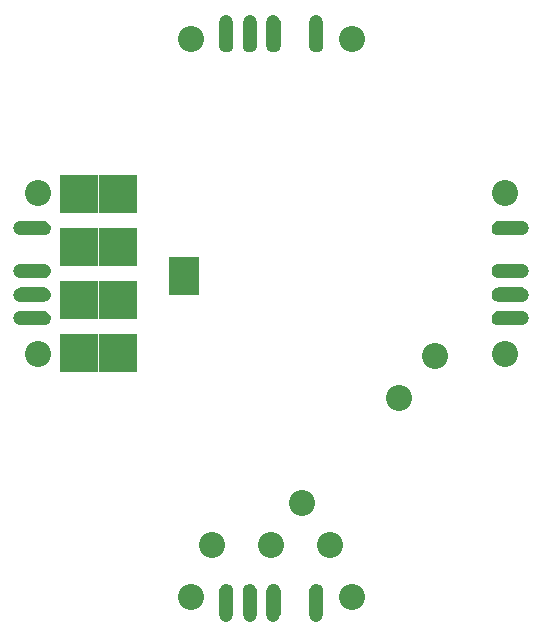
<source format=gbs>
G04*
G04 #@! TF.GenerationSoftware,Altium Limited,Altium Designer,23.8.1 (32)*
G04*
G04 Layer_Color=16711935*
%FSLAX44Y44*%
%MOMM*%
G71*
G04*
G04 #@! TF.SameCoordinates,569DF6A4-0AC1-4917-97B5-21C436C54E36*
G04*
G04*
G04 #@! TF.FilePolarity,Negative*
G04*
G01*
G75*
%ADD124C,1.2032*%
%ADD125C,2.2032*%
%ADD126R,2.5032X3.2032*%
%ADD133R,3.2032X3.2032*%
G36*
X7033Y214009D02*
X7164Y213983D01*
X7290Y213941D01*
X7409Y213882D01*
X7520Y213808D01*
X7620Y213720D01*
X7708Y213620D01*
X7782Y213509D01*
X7841Y213390D01*
X7883Y213263D01*
X7910Y213133D01*
X7918Y213000D01*
Y193000D01*
Y192507D01*
X7916Y192474D01*
Y192441D01*
X7912Y192408D01*
X7910Y192375D01*
X7903Y192342D01*
X7899Y192309D01*
X7707Y191343D01*
X7698Y191311D01*
X7691Y191278D01*
X7681Y191246D01*
X7672Y191214D01*
X7659Y191183D01*
X7649Y191152D01*
X7272Y190242D01*
X7257Y190212D01*
X7244Y190181D01*
X7227Y190152D01*
X7213Y190123D01*
X7194Y190095D01*
X7178Y190066D01*
X6630Y189247D01*
X6610Y189221D01*
X6592Y189193D01*
X6569Y189168D01*
X6549Y189141D01*
X6526Y189118D01*
X6504Y189093D01*
X5807Y188396D01*
X5782Y188374D01*
X5759Y188351D01*
X5732Y188330D01*
X5707Y188309D01*
X5679Y188290D01*
X5653Y188270D01*
X4834Y187722D01*
X4805Y187706D01*
X4778Y187687D01*
X4748Y187673D01*
X4719Y187656D01*
X4688Y187643D01*
X4658Y187628D01*
X3748Y187251D01*
X3717Y187241D01*
X3686Y187228D01*
X3653Y187219D01*
X3622Y187209D01*
X3589Y187202D01*
X3557Y187194D01*
X2591Y187001D01*
X2558Y186997D01*
X2525Y186991D01*
X2492Y186988D01*
X2459Y186984D01*
X2426D01*
X2393Y186982D01*
X1408D01*
X1374Y186984D01*
X1341D01*
X1308Y186988D01*
X1275Y186991D01*
X1242Y186997D01*
X1209Y187001D01*
X243Y187194D01*
X211Y187202D01*
X178Y187209D01*
X147Y187219D01*
X114Y187228D01*
X83Y187241D01*
X52Y187251D01*
X-858Y187628D01*
X-888Y187643D01*
X-919Y187656D01*
X-948Y187673D01*
X-978Y187687D01*
X-1005Y187706D01*
X-1034Y187722D01*
X-1853Y188270D01*
X-1879Y188290D01*
X-1907Y188309D01*
X-1932Y188330D01*
X-1959Y188351D01*
X-1982Y188374D01*
X-2007Y188396D01*
X-2704Y189093D01*
X-2726Y189118D01*
X-2749Y189141D01*
X-2770Y189168D01*
X-2792Y189193D01*
X-2810Y189221D01*
X-2830Y189247D01*
X-3377Y190066D01*
X-3394Y190095D01*
X-3413Y190123D01*
X-3427Y190152D01*
X-3444Y190181D01*
X-3457Y190212D01*
X-3472Y190242D01*
X-3848Y191152D01*
X-3859Y191183D01*
X-3872Y191214D01*
X-3881Y191247D01*
X-3891Y191278D01*
X-3898Y191311D01*
X-3907Y191343D01*
X-4099Y192309D01*
X-4103Y192342D01*
X-4110Y192375D01*
X-4112Y192408D01*
X-4116Y192441D01*
Y192474D01*
X-4118Y192507D01*
Y193000D01*
Y213000D01*
X-4110Y213133D01*
X-4083Y213263D01*
X-4041Y213390D01*
X-3982Y213509D01*
X-3908Y213620D01*
X-3820Y213720D01*
X-3720Y213808D01*
X-3609Y213882D01*
X-3490Y213941D01*
X-3363Y213983D01*
X-3233Y214009D01*
X-3100Y214018D01*
X6900D01*
X7033Y214009D01*
D02*
G37*
G36*
X-32967D02*
X-32836Y213983D01*
X-32710Y213941D01*
X-32591Y213882D01*
X-32480Y213808D01*
X-32380Y213720D01*
X-32292Y213620D01*
X-32218Y213509D01*
X-32159Y213390D01*
X-32116Y213263D01*
X-32090Y213133D01*
X-32082Y213000D01*
Y193000D01*
Y192507D01*
X-32084Y192474D01*
Y192441D01*
X-32088Y192408D01*
X-32090Y192375D01*
X-32097Y192342D01*
X-32101Y192309D01*
X-32294Y191343D01*
X-32302Y191311D01*
X-32309Y191278D01*
X-32319Y191246D01*
X-32328Y191214D01*
X-32341Y191183D01*
X-32352Y191152D01*
X-32728Y190242D01*
X-32743Y190212D01*
X-32756Y190181D01*
X-32773Y190152D01*
X-32787Y190123D01*
X-32806Y190095D01*
X-32822Y190066D01*
X-33370Y189247D01*
X-33390Y189221D01*
X-33409Y189193D01*
X-33431Y189168D01*
X-33451Y189141D01*
X-33474Y189118D01*
X-33496Y189093D01*
X-34193Y188396D01*
X-34218Y188374D01*
X-34241Y188351D01*
X-34268Y188330D01*
X-34293Y188309D01*
X-34321Y188290D01*
X-34347Y188270D01*
X-35166Y187722D01*
X-35195Y187706D01*
X-35222Y187687D01*
X-35252Y187673D01*
X-35281Y187656D01*
X-35312Y187643D01*
X-35342Y187628D01*
X-36252Y187251D01*
X-36284Y187241D01*
X-36314Y187228D01*
X-36347Y187219D01*
X-36378Y187209D01*
X-36411Y187202D01*
X-36443Y187194D01*
X-37409Y187001D01*
X-37442Y186997D01*
X-37475Y186991D01*
X-37508Y186988D01*
X-37541Y186984D01*
X-37574D01*
X-37608Y186982D01*
X-38593D01*
X-38626Y186984D01*
X-38659D01*
X-38692Y186988D01*
X-38725Y186991D01*
X-38758Y186997D01*
X-38791Y187001D01*
X-39757Y187194D01*
X-39789Y187202D01*
X-39822Y187209D01*
X-39853Y187219D01*
X-39886Y187228D01*
X-39917Y187241D01*
X-39948Y187251D01*
X-40858Y187628D01*
X-40888Y187643D01*
X-40919Y187656D01*
X-40948Y187673D01*
X-40978Y187687D01*
X-41005Y187706D01*
X-41034Y187722D01*
X-41853Y188270D01*
X-41879Y188290D01*
X-41907Y188309D01*
X-41932Y188330D01*
X-41959Y188351D01*
X-41982Y188374D01*
X-42007Y188396D01*
X-42704Y189093D01*
X-42726Y189118D01*
X-42749Y189141D01*
X-42769Y189168D01*
X-42792Y189193D01*
X-42810Y189221D01*
X-42830Y189247D01*
X-43377Y190066D01*
X-43394Y190095D01*
X-43413Y190123D01*
X-43427Y190152D01*
X-43444Y190181D01*
X-43457Y190212D01*
X-43472Y190242D01*
X-43849Y191152D01*
X-43859Y191183D01*
X-43872Y191214D01*
X-43881Y191247D01*
X-43891Y191278D01*
X-43898Y191311D01*
X-43906Y191343D01*
X-44099Y192309D01*
X-44103Y192342D01*
X-44110Y192375D01*
X-44112Y192408D01*
X-44116Y192441D01*
Y192474D01*
X-44118Y192507D01*
Y193000D01*
Y213000D01*
X-44110Y213133D01*
X-44083Y213263D01*
X-44041Y213390D01*
X-43982Y213509D01*
X-43908Y213620D01*
X-43820Y213720D01*
X-43720Y213808D01*
X-43609Y213882D01*
X-43490Y213941D01*
X-43363Y213983D01*
X-43233Y214009D01*
X-43100Y214018D01*
X-33100D01*
X-32967Y214009D01*
D02*
G37*
G36*
X43233Y214009D02*
X43363Y213983D01*
X43490Y213941D01*
X43609Y213882D01*
X43720Y213808D01*
X43820Y213720D01*
X43908Y213620D01*
X43982Y213509D01*
X44041Y213390D01*
X44083Y213263D01*
X44110Y213133D01*
X44118Y213000D01*
Y193000D01*
Y192507D01*
X44116Y192474D01*
Y192441D01*
X44112Y192408D01*
X44110Y192375D01*
X44103Y192342D01*
X44099Y192309D01*
X43906Y191343D01*
X43898Y191311D01*
X43891Y191278D01*
X43881Y191246D01*
X43872Y191214D01*
X43859Y191183D01*
X43849Y191152D01*
X43472Y190242D01*
X43457Y190212D01*
X43444Y190181D01*
X43427Y190152D01*
X43413Y190123D01*
X43394Y190095D01*
X43377Y190066D01*
X42830Y189247D01*
X42810Y189221D01*
X42792Y189193D01*
X42769Y189168D01*
X42749Y189141D01*
X42726Y189118D01*
X42704Y189093D01*
X42007Y188396D01*
X41982Y188374D01*
X41959Y188351D01*
X41932Y188330D01*
X41907Y188308D01*
X41879Y188290D01*
X41853Y188270D01*
X41034Y187722D01*
X41005Y187706D01*
X40978Y187687D01*
X40948Y187673D01*
X40919Y187656D01*
X40888Y187643D01*
X40858Y187628D01*
X39948Y187251D01*
X39917Y187241D01*
X39886Y187228D01*
X39853Y187219D01*
X39822Y187209D01*
X39790Y187202D01*
X39757Y187194D01*
X38791Y187001D01*
X38758Y186997D01*
X38725Y186991D01*
X38692Y186988D01*
X38659Y186984D01*
X38626D01*
X38593Y186982D01*
X37608D01*
X37574Y186984D01*
X37541D01*
X37508Y186988D01*
X37475Y186991D01*
X37442Y186997D01*
X37409Y187001D01*
X36443Y187194D01*
X36411Y187202D01*
X36378Y187209D01*
X36347Y187219D01*
X36314Y187228D01*
X36284Y187241D01*
X36252Y187251D01*
X35342Y187628D01*
X35312Y187643D01*
X35281Y187656D01*
X35252Y187673D01*
X35222Y187687D01*
X35195Y187706D01*
X35166Y187722D01*
X34347Y188270D01*
X34321Y188290D01*
X34293Y188308D01*
X34268Y188330D01*
X34241Y188351D01*
X34218Y188374D01*
X34193Y188396D01*
X33496Y189093D01*
X33474Y189118D01*
X33451Y189141D01*
X33431Y189168D01*
X33409Y189193D01*
X33390Y189221D01*
X33370Y189247D01*
X32822Y190066D01*
X32806Y190095D01*
X32787Y190123D01*
X32773Y190152D01*
X32756Y190181D01*
X32743Y190212D01*
X32728Y190242D01*
X32352Y191152D01*
X32341Y191183D01*
X32328Y191214D01*
X32319Y191246D01*
X32309Y191278D01*
X32302Y191311D01*
X32294Y191343D01*
X32101Y192309D01*
X32097Y192342D01*
X32090Y192375D01*
X32088Y192408D01*
X32084Y192441D01*
Y192474D01*
X32082Y192507D01*
Y193000D01*
Y213000D01*
X32090Y213133D01*
X32116Y213263D01*
X32159Y213390D01*
X32218Y213509D01*
X32292Y213620D01*
X32380Y213720D01*
X32480Y213808D01*
X32591Y213882D01*
X32710Y213941D01*
X32836Y213983D01*
X32967Y214009D01*
X33100Y214018D01*
X43100D01*
X43233Y214009D01*
D02*
G37*
G36*
X-12967D02*
X-12837Y213983D01*
X-12710Y213941D01*
X-12591Y213882D01*
X-12480Y213808D01*
X-12380Y213720D01*
X-12292Y213620D01*
X-12218Y213509D01*
X-12159Y213390D01*
X-12117Y213263D01*
X-12091Y213133D01*
X-12082Y213000D01*
Y193000D01*
Y192507D01*
X-12084Y192474D01*
Y192441D01*
X-12088Y192408D01*
X-12091Y192375D01*
X-12097Y192342D01*
X-12101Y192309D01*
X-12293Y191343D01*
X-12302Y191311D01*
X-12309Y191278D01*
X-12319Y191246D01*
X-12328Y191214D01*
X-12341Y191183D01*
X-12351Y191152D01*
X-12728Y190242D01*
X-12743Y190212D01*
X-12756Y190181D01*
X-12773Y190152D01*
X-12787Y190123D01*
X-12806Y190095D01*
X-12823Y190066D01*
X-13370Y189247D01*
X-13390Y189221D01*
X-13408Y189193D01*
X-13431Y189168D01*
X-13451Y189141D01*
X-13474Y189118D01*
X-13496Y189093D01*
X-14193Y188396D01*
X-14218Y188374D01*
X-14241Y188351D01*
X-14268Y188330D01*
X-14293Y188308D01*
X-14320Y188290D01*
X-14347Y188270D01*
X-15166Y187722D01*
X-15195Y187706D01*
X-15223Y187687D01*
X-15252Y187673D01*
X-15281Y187656D01*
X-15312Y187643D01*
X-15342Y187628D01*
X-16252Y187251D01*
X-16284Y187241D01*
X-16314Y187228D01*
X-16347Y187219D01*
X-16378Y187209D01*
X-16410Y187202D01*
X-16443Y187194D01*
X-17409Y187001D01*
X-17442Y186997D01*
X-17475Y186991D01*
X-17508Y186988D01*
X-17541Y186984D01*
X-17574D01*
X-17608Y186982D01*
X-18592D01*
X-18626Y186984D01*
X-18659D01*
X-18692Y186988D01*
X-18725Y186991D01*
X-18758Y186997D01*
X-18791Y187001D01*
X-19757Y187194D01*
X-19789Y187202D01*
X-19822Y187209D01*
X-19853Y187219D01*
X-19886Y187228D01*
X-19916Y187241D01*
X-19948Y187251D01*
X-20858Y187628D01*
X-20888Y187643D01*
X-20919Y187656D01*
X-20948Y187673D01*
X-20977Y187687D01*
X-21005Y187706D01*
X-21034Y187722D01*
X-21853Y188270D01*
X-21879Y188290D01*
X-21907Y188308D01*
X-21932Y188330D01*
X-21959Y188351D01*
X-21982Y188374D01*
X-22007Y188396D01*
X-22704Y189093D01*
X-22726Y189118D01*
X-22749Y189141D01*
X-22769Y189168D01*
X-22792Y189193D01*
X-22810Y189221D01*
X-22830Y189247D01*
X-23377Y190066D01*
X-23394Y190095D01*
X-23413Y190123D01*
X-23427Y190152D01*
X-23444Y190181D01*
X-23457Y190212D01*
X-23472Y190242D01*
X-23849Y191152D01*
X-23859Y191183D01*
X-23872Y191214D01*
X-23881Y191246D01*
X-23891Y191278D01*
X-23898Y191311D01*
X-23907Y191343D01*
X-24099Y192309D01*
X-24103Y192342D01*
X-24109Y192375D01*
X-24112Y192408D01*
X-24116Y192441D01*
Y192474D01*
X-24118Y192507D01*
Y193000D01*
Y213000D01*
X-24109Y213133D01*
X-24083Y213263D01*
X-24041Y213390D01*
X-23982Y213509D01*
X-23908Y213620D01*
X-23820Y213720D01*
X-23720Y213808D01*
X-23609Y213882D01*
X-23490Y213941D01*
X-23363Y213983D01*
X-23233Y214009D01*
X-23100Y214018D01*
X-13100D01*
X-12967Y214009D01*
D02*
G37*
G36*
X-192157Y44118D02*
X-192124Y44116D01*
X-192091D01*
X-192058Y44112D01*
X-192025Y44110D01*
X-191992Y44103D01*
X-191959Y44099D01*
X-190993Y43906D01*
X-190961Y43898D01*
X-190928Y43891D01*
X-190896Y43881D01*
X-190864Y43872D01*
X-190834Y43859D01*
X-190802Y43849D01*
X-189892Y43472D01*
X-189862Y43457D01*
X-189831Y43444D01*
X-189802Y43427D01*
X-189772Y43413D01*
X-189745Y43394D01*
X-189716Y43377D01*
X-188897Y42830D01*
X-188871Y42810D01*
X-188843Y42792D01*
X-188818Y42769D01*
X-188791Y42749D01*
X-188768Y42726D01*
X-188743Y42704D01*
X-188046Y42007D01*
X-188024Y41982D01*
X-188001Y41959D01*
X-187980Y41932D01*
X-187959Y41907D01*
X-187940Y41880D01*
X-187920Y41853D01*
X-187372Y41034D01*
X-187356Y41005D01*
X-187337Y40978D01*
X-187323Y40948D01*
X-187306Y40919D01*
X-187293Y40888D01*
X-187278Y40858D01*
X-186901Y39948D01*
X-186891Y39917D01*
X-186878Y39886D01*
X-186869Y39853D01*
X-186859Y39822D01*
X-186852Y39790D01*
X-186843Y39757D01*
X-186651Y38791D01*
X-186647Y38758D01*
X-186640Y38725D01*
X-186638Y38692D01*
X-186634Y38659D01*
Y38626D01*
X-186632Y38593D01*
Y37608D01*
X-186634Y37574D01*
Y37541D01*
X-186638Y37508D01*
X-186640Y37475D01*
X-186647Y37442D01*
X-186651Y37409D01*
X-186843Y36443D01*
X-186852Y36411D01*
X-186859Y36378D01*
X-186869Y36347D01*
X-186878Y36314D01*
X-186891Y36284D01*
X-186901Y36252D01*
X-187278Y35342D01*
X-187293Y35312D01*
X-187306Y35281D01*
X-187323Y35252D01*
X-187337Y35223D01*
X-187356Y35195D01*
X-187372Y35166D01*
X-187920Y34347D01*
X-187940Y34321D01*
X-187959Y34293D01*
X-187980Y34268D01*
X-188001Y34241D01*
X-188024Y34218D01*
X-188046Y34193D01*
X-188743Y33496D01*
X-188768Y33474D01*
X-188791Y33451D01*
X-188818Y33431D01*
X-188843Y33409D01*
X-188871Y33390D01*
X-188897Y33370D01*
X-189716Y32822D01*
X-189745Y32806D01*
X-189772Y32787D01*
X-189802Y32773D01*
X-189831Y32756D01*
X-189862Y32743D01*
X-189892Y32728D01*
X-190802Y32352D01*
X-190833Y32341D01*
X-190864Y32328D01*
X-190897Y32319D01*
X-190928Y32309D01*
X-190961Y32302D01*
X-190993Y32294D01*
X-191959Y32101D01*
X-191992Y32097D01*
X-192025Y32091D01*
X-192058Y32088D01*
X-192091Y32084D01*
X-192124D01*
X-192157Y32082D01*
X-212650D01*
X-212783Y32091D01*
X-212913Y32116D01*
X-213040Y32159D01*
X-213159Y32218D01*
X-213270Y32292D01*
X-213370Y32380D01*
X-213458Y32480D01*
X-213532Y32591D01*
X-213591Y32710D01*
X-213633Y32836D01*
X-213659Y32967D01*
X-213668Y33100D01*
Y43100D01*
X-213659Y43233D01*
X-213633Y43363D01*
X-213591Y43490D01*
X-213532Y43609D01*
X-213458Y43720D01*
X-213370Y43820D01*
X-213270Y43908D01*
X-213159Y43982D01*
X-213040Y44041D01*
X-212913Y44083D01*
X-212783Y44110D01*
X-212650Y44118D01*
X-192650D01*
X-192650D01*
X-192650D01*
X-192157Y44118D01*
D02*
G37*
G36*
X212783Y44110D02*
X212913Y44083D01*
X213040Y44041D01*
X213159Y43982D01*
X213270Y43908D01*
X213370Y43820D01*
X213458Y43720D01*
X213532Y43609D01*
X213591Y43490D01*
X213633Y43363D01*
X213659Y43233D01*
X213668Y43100D01*
Y33100D01*
X213659Y32967D01*
X213633Y32836D01*
X213591Y32710D01*
X213532Y32591D01*
X213458Y32480D01*
X213370Y32380D01*
X213270Y32292D01*
X213159Y32218D01*
X213040Y32159D01*
X212913Y32116D01*
X212783Y32090D01*
X212650Y32082D01*
X192157D01*
X192124Y32084D01*
X192091D01*
X192058Y32088D01*
X192025Y32090D01*
X191992Y32097D01*
X191959Y32101D01*
X190993Y32294D01*
X190961Y32302D01*
X190928Y32309D01*
X190897Y32319D01*
X190864Y32328D01*
X190833Y32341D01*
X190802Y32352D01*
X189892Y32728D01*
X189862Y32743D01*
X189831Y32756D01*
X189802Y32773D01*
X189772Y32787D01*
X189745Y32806D01*
X189716Y32822D01*
X188897Y33370D01*
X188871Y33390D01*
X188843Y33409D01*
X188818Y33431D01*
X188791Y33451D01*
X188768Y33474D01*
X188743Y33496D01*
X188046Y34193D01*
X188024Y34218D01*
X188001Y34241D01*
X187980Y34268D01*
X187959Y34293D01*
X187940Y34321D01*
X187920Y34347D01*
X187372Y35166D01*
X187356Y35195D01*
X187337Y35222D01*
X187323Y35252D01*
X187306Y35281D01*
X187293Y35312D01*
X187278Y35342D01*
X186901Y36252D01*
X186891Y36284D01*
X186878Y36314D01*
X186869Y36346D01*
X186859Y36378D01*
X186852Y36411D01*
X186843Y36443D01*
X186651Y37409D01*
X186647Y37442D01*
X186640Y37475D01*
X186638Y37508D01*
X186634Y37541D01*
Y37574D01*
X186632Y37608D01*
X186632Y38592D01*
X186634Y38626D01*
Y38659D01*
X186638Y38692D01*
X186640Y38725D01*
X186647Y38758D01*
X186651Y38791D01*
X186843Y39757D01*
X186852Y39790D01*
X186859Y39822D01*
X186869Y39853D01*
X186878Y39886D01*
X186891Y39917D01*
X186901Y39948D01*
X187278Y40858D01*
X187293Y40888D01*
X187306Y40919D01*
X187323Y40948D01*
X187337Y40978D01*
X187356Y41005D01*
X187372Y41034D01*
X187920Y41853D01*
X187940Y41879D01*
X187959Y41907D01*
X187980Y41932D01*
X188001Y41959D01*
X188024Y41982D01*
X188046Y42007D01*
X188743Y42704D01*
X188768Y42726D01*
X188791Y42749D01*
X188818Y42769D01*
X188843Y42792D01*
X188871Y42810D01*
X188897Y42830D01*
X189716Y43377D01*
X189745Y43394D01*
X189772Y43413D01*
X189802Y43427D01*
X189831Y43444D01*
X189862Y43457D01*
X189892Y43472D01*
X190802Y43849D01*
X190833Y43859D01*
X190864Y43872D01*
X190896Y43881D01*
X190928Y43891D01*
X190961Y43898D01*
X190993Y43906D01*
X191959Y44099D01*
X191992Y44103D01*
X192025Y44110D01*
X192058Y44112D01*
X192091Y44116D01*
X192124D01*
X192157Y44118D01*
X212650D01*
X212783Y44110D01*
D02*
G37*
G36*
X-192157Y7918D02*
X-192124Y7916D01*
X-192091D01*
X-192058Y7912D01*
X-192025Y7910D01*
X-191992Y7903D01*
X-191959Y7899D01*
X-190993Y7707D01*
X-190961Y7698D01*
X-190928Y7691D01*
X-190896Y7681D01*
X-190864Y7672D01*
X-190834Y7659D01*
X-190802Y7649D01*
X-189892Y7272D01*
X-189862Y7257D01*
X-189831Y7244D01*
X-189802Y7227D01*
X-189772Y7213D01*
X-189745Y7194D01*
X-189716Y7178D01*
X-188897Y6630D01*
X-188871Y6610D01*
X-188843Y6592D01*
X-188818Y6569D01*
X-188791Y6549D01*
X-188768Y6526D01*
X-188743Y6504D01*
X-188046Y5807D01*
X-188024Y5782D01*
X-188001Y5759D01*
X-187980Y5732D01*
X-187959Y5707D01*
X-187940Y5680D01*
X-187920Y5653D01*
X-187372Y4834D01*
X-187356Y4805D01*
X-187337Y4778D01*
X-187323Y4748D01*
X-187306Y4719D01*
X-187293Y4688D01*
X-187278Y4658D01*
X-186901Y3748D01*
X-186891Y3717D01*
X-186878Y3686D01*
X-186869Y3653D01*
X-186859Y3622D01*
X-186852Y3589D01*
X-186843Y3557D01*
X-186651Y2591D01*
X-186647Y2558D01*
X-186640Y2525D01*
X-186638Y2492D01*
X-186634Y2459D01*
Y2426D01*
X-186632Y2393D01*
Y1408D01*
X-186634Y1374D01*
Y1341D01*
X-186638Y1308D01*
X-186640Y1275D01*
X-186647Y1242D01*
X-186651Y1209D01*
X-186843Y243D01*
X-186852Y211D01*
X-186859Y178D01*
X-186869Y147D01*
X-186878Y114D01*
X-186891Y83D01*
X-186901Y52D01*
X-187278Y-858D01*
X-187293Y-888D01*
X-187306Y-919D01*
X-187323Y-948D01*
X-187337Y-977D01*
X-187356Y-1005D01*
X-187372Y-1034D01*
X-187920Y-1853D01*
X-187940Y-1879D01*
X-187959Y-1907D01*
X-187980Y-1932D01*
X-188001Y-1959D01*
X-188024Y-1982D01*
X-188046Y-2007D01*
X-188743Y-2704D01*
X-188768Y-2726D01*
X-188791Y-2749D01*
X-188818Y-2769D01*
X-188843Y-2792D01*
X-188871Y-2810D01*
X-188897Y-2830D01*
X-189716Y-3377D01*
X-189745Y-3394D01*
X-189772Y-3413D01*
X-189802Y-3427D01*
X-189831Y-3444D01*
X-189862Y-3457D01*
X-189892Y-3472D01*
X-190802Y-3848D01*
X-190833Y-3859D01*
X-190864Y-3872D01*
X-190897Y-3881D01*
X-190928Y-3891D01*
X-190961Y-3898D01*
X-190993Y-3906D01*
X-191959Y-4099D01*
X-191992Y-4103D01*
X-192025Y-4109D01*
X-192058Y-4112D01*
X-192091Y-4116D01*
X-192124D01*
X-192157Y-4118D01*
X-212650D01*
X-212783Y-4109D01*
X-212913Y-4083D01*
X-213040Y-4041D01*
X-213159Y-3982D01*
X-213270Y-3908D01*
X-213370Y-3820D01*
X-213458Y-3720D01*
X-213532Y-3609D01*
X-213591Y-3490D01*
X-213633Y-3363D01*
X-213659Y-3233D01*
X-213668Y-3100D01*
Y6900D01*
X-213659Y7033D01*
X-213633Y7164D01*
X-213591Y7290D01*
X-213532Y7409D01*
X-213458Y7520D01*
X-213370Y7620D01*
X-213270Y7708D01*
X-213159Y7782D01*
X-213040Y7841D01*
X-212913Y7883D01*
X-212783Y7910D01*
X-212650Y7918D01*
X-192650D01*
X-192650D01*
X-192650D01*
X-192157Y7918D01*
D02*
G37*
G36*
X212783Y7910D02*
X212913Y7883D01*
X213040Y7841D01*
X213159Y7782D01*
X213270Y7708D01*
X213370Y7620D01*
X213458Y7520D01*
X213532Y7409D01*
X213591Y7290D01*
X213633Y7164D01*
X213659Y7033D01*
X213668Y6900D01*
Y-3100D01*
X213659Y-3233D01*
X213633Y-3363D01*
X213591Y-3490D01*
X213532Y-3609D01*
X213458Y-3720D01*
X213370Y-3820D01*
X213270Y-3908D01*
X213159Y-3982D01*
X213040Y-4041D01*
X212913Y-4083D01*
X212783Y-4110D01*
X212650Y-4118D01*
X192157D01*
X192124Y-4116D01*
X192091D01*
X192058Y-4112D01*
X192025Y-4110D01*
X191992Y-4103D01*
X191959Y-4099D01*
X190993Y-3907D01*
X190961Y-3898D01*
X190928Y-3891D01*
X190897Y-3881D01*
X190864Y-3872D01*
X190833Y-3859D01*
X190802Y-3848D01*
X189892Y-3472D01*
X189862Y-3457D01*
X189831Y-3444D01*
X189802Y-3427D01*
X189772Y-3413D01*
X189745Y-3394D01*
X189716Y-3377D01*
X188897Y-2830D01*
X188871Y-2810D01*
X188843Y-2792D01*
X188818Y-2770D01*
X188791Y-2749D01*
X188768Y-2726D01*
X188743Y-2704D01*
X188046Y-2007D01*
X188024Y-1982D01*
X188001Y-1959D01*
X187980Y-1932D01*
X187959Y-1907D01*
X187940Y-1879D01*
X187920Y-1853D01*
X187372Y-1034D01*
X187356Y-1005D01*
X187337Y-978D01*
X187323Y-948D01*
X187306Y-919D01*
X187293Y-888D01*
X187278Y-858D01*
X186901Y52D01*
X186891Y84D01*
X186878Y114D01*
X186869Y147D01*
X186859Y178D01*
X186852Y211D01*
X186843Y243D01*
X186651Y1209D01*
X186647Y1242D01*
X186640Y1275D01*
X186638Y1308D01*
X186634Y1341D01*
Y1374D01*
X186632Y1408D01*
X186632Y2392D01*
X186634Y2426D01*
Y2459D01*
X186638Y2492D01*
X186640Y2525D01*
X186647Y2558D01*
X186651Y2591D01*
X186843Y3557D01*
X186852Y3589D01*
X186859Y3622D01*
X186869Y3653D01*
X186878Y3686D01*
X186891Y3717D01*
X186901Y3748D01*
X187278Y4658D01*
X187293Y4688D01*
X187306Y4719D01*
X187323Y4748D01*
X187337Y4778D01*
X187356Y4805D01*
X187372Y4834D01*
X187920Y5653D01*
X187940Y5679D01*
X187959Y5707D01*
X187980Y5732D01*
X188001Y5759D01*
X188024Y5782D01*
X188046Y5807D01*
X188743Y6504D01*
X188768Y6526D01*
X188791Y6549D01*
X188818Y6569D01*
X188843Y6592D01*
X188871Y6610D01*
X188897Y6630D01*
X189716Y7178D01*
X189745Y7194D01*
X189772Y7213D01*
X189802Y7227D01*
X189831Y7244D01*
X189862Y7257D01*
X189892Y7272D01*
X190802Y7649D01*
X190833Y7659D01*
X190864Y7672D01*
X190896Y7681D01*
X190928Y7691D01*
X190961Y7698D01*
X190993Y7707D01*
X191959Y7899D01*
X191992Y7903D01*
X192025Y7910D01*
X192058Y7912D01*
X192091Y7916D01*
X192124D01*
X192157Y7918D01*
X212650D01*
X212783Y7910D01*
D02*
G37*
G36*
X-192157Y-12082D02*
X-192124Y-12084D01*
X-192091D01*
X-192058Y-12088D01*
X-192025Y-12091D01*
X-191992Y-12097D01*
X-191959Y-12101D01*
X-190993Y-12293D01*
X-190961Y-12302D01*
X-190928Y-12309D01*
X-190896Y-12319D01*
X-190864Y-12328D01*
X-190834Y-12341D01*
X-190802Y-12351D01*
X-189892Y-12728D01*
X-189862Y-12743D01*
X-189831Y-12756D01*
X-189802Y-12773D01*
X-189772Y-12787D01*
X-189745Y-12806D01*
X-189716Y-12823D01*
X-188897Y-13370D01*
X-188871Y-13390D01*
X-188843Y-13408D01*
X-188818Y-13431D01*
X-188791Y-13451D01*
X-188768Y-13474D01*
X-188743Y-13496D01*
X-188046Y-14193D01*
X-188024Y-14218D01*
X-188001Y-14241D01*
X-187980Y-14268D01*
X-187959Y-14293D01*
X-187940Y-14320D01*
X-187920Y-14347D01*
X-187372Y-15166D01*
X-187356Y-15195D01*
X-187337Y-15223D01*
X-187323Y-15252D01*
X-187306Y-15281D01*
X-187293Y-15312D01*
X-187278Y-15342D01*
X-186901Y-16252D01*
X-186891Y-16283D01*
X-186878Y-16314D01*
X-186869Y-16347D01*
X-186859Y-16378D01*
X-186852Y-16410D01*
X-186843Y-16443D01*
X-186651Y-17409D01*
X-186647Y-17442D01*
X-186640Y-17475D01*
X-186638Y-17508D01*
X-186634Y-17541D01*
Y-17574D01*
X-186632Y-17608D01*
Y-18592D01*
X-186634Y-18626D01*
Y-18659D01*
X-186638Y-18692D01*
X-186640Y-18725D01*
X-186647Y-18758D01*
X-186651Y-18791D01*
X-186843Y-19757D01*
X-186852Y-19789D01*
X-186859Y-19822D01*
X-186869Y-19853D01*
X-186878Y-19886D01*
X-186891Y-19916D01*
X-186901Y-19948D01*
X-187278Y-20858D01*
X-187293Y-20888D01*
X-187306Y-20919D01*
X-187323Y-20948D01*
X-187337Y-20977D01*
X-187356Y-21005D01*
X-187372Y-21034D01*
X-187920Y-21853D01*
X-187940Y-21879D01*
X-187959Y-21907D01*
X-187980Y-21932D01*
X-188001Y-21959D01*
X-188024Y-21982D01*
X-188046Y-22007D01*
X-188743Y-22704D01*
X-188768Y-22726D01*
X-188791Y-22749D01*
X-188818Y-22769D01*
X-188843Y-22792D01*
X-188871Y-22810D01*
X-188897Y-22830D01*
X-189716Y-23377D01*
X-189745Y-23394D01*
X-189772Y-23413D01*
X-189802Y-23427D01*
X-189831Y-23444D01*
X-189862Y-23457D01*
X-189892Y-23472D01*
X-190802Y-23849D01*
X-190833Y-23859D01*
X-190864Y-23872D01*
X-190897Y-23881D01*
X-190928Y-23891D01*
X-190961Y-23898D01*
X-190993Y-23906D01*
X-191959Y-24099D01*
X-191992Y-24103D01*
X-192025Y-24109D01*
X-192058Y-24112D01*
X-192091Y-24116D01*
X-192124D01*
X-192157Y-24118D01*
X-212650D01*
X-212783Y-24109D01*
X-212913Y-24083D01*
X-213040Y-24041D01*
X-213159Y-23982D01*
X-213270Y-23908D01*
X-213370Y-23820D01*
X-213458Y-23720D01*
X-213532Y-23609D01*
X-213591Y-23490D01*
X-213633Y-23363D01*
X-213659Y-23233D01*
X-213668Y-23100D01*
Y-13100D01*
X-213659Y-12967D01*
X-213633Y-12836D01*
X-213591Y-12710D01*
X-213532Y-12591D01*
X-213458Y-12480D01*
X-213370Y-12380D01*
X-213270Y-12292D01*
X-213159Y-12218D01*
X-213040Y-12159D01*
X-212913Y-12117D01*
X-212783Y-12091D01*
X-212650Y-12082D01*
X-192650D01*
X-192650D01*
X-192650D01*
X-192157Y-12082D01*
D02*
G37*
G36*
X212783Y-12091D02*
X212913Y-12117D01*
X213040Y-12159D01*
X213159Y-12218D01*
X213270Y-12292D01*
X213370Y-12380D01*
X213458Y-12480D01*
X213532Y-12591D01*
X213591Y-12710D01*
X213633Y-12837D01*
X213659Y-12967D01*
X213668Y-13100D01*
Y-23100D01*
X213659Y-23233D01*
X213633Y-23363D01*
X213591Y-23490D01*
X213532Y-23609D01*
X213458Y-23720D01*
X213370Y-23820D01*
X213270Y-23908D01*
X213159Y-23982D01*
X213040Y-24041D01*
X212913Y-24083D01*
X212783Y-24109D01*
X212650Y-24118D01*
X192157D01*
X192124Y-24116D01*
X192091D01*
X192058Y-24112D01*
X192025Y-24109D01*
X191992Y-24103D01*
X191959Y-24099D01*
X190993Y-23907D01*
X190961Y-23898D01*
X190928Y-23891D01*
X190897Y-23881D01*
X190864Y-23872D01*
X190833Y-23859D01*
X190802Y-23849D01*
X189892Y-23472D01*
X189862Y-23457D01*
X189831Y-23444D01*
X189802Y-23427D01*
X189772Y-23413D01*
X189745Y-23394D01*
X189716Y-23377D01*
X188897Y-22830D01*
X188871Y-22810D01*
X188843Y-22792D01*
X188818Y-22769D01*
X188791Y-22749D01*
X188768Y-22726D01*
X188743Y-22704D01*
X188046Y-22007D01*
X188024Y-21982D01*
X188001Y-21959D01*
X187980Y-21932D01*
X187959Y-21907D01*
X187940Y-21879D01*
X187920Y-21853D01*
X187372Y-21034D01*
X187356Y-21005D01*
X187337Y-20977D01*
X187323Y-20948D01*
X187306Y-20919D01*
X187293Y-20888D01*
X187278Y-20858D01*
X186901Y-19948D01*
X186891Y-19916D01*
X186878Y-19886D01*
X186869Y-19854D01*
X186859Y-19822D01*
X186852Y-19789D01*
X186843Y-19757D01*
X186651Y-18791D01*
X186647Y-18758D01*
X186640Y-18725D01*
X186638Y-18692D01*
X186634Y-18659D01*
Y-18626D01*
X186632Y-18592D01*
X186632Y-17608D01*
X186634Y-17574D01*
Y-17541D01*
X186638Y-17508D01*
X186640Y-17475D01*
X186647Y-17442D01*
X186651Y-17409D01*
X186843Y-16443D01*
X186852Y-16410D01*
X186859Y-16378D01*
X186869Y-16347D01*
X186878Y-16314D01*
X186891Y-16284D01*
X186901Y-16252D01*
X187278Y-15342D01*
X187293Y-15312D01*
X187306Y-15281D01*
X187323Y-15252D01*
X187337Y-15223D01*
X187356Y-15195D01*
X187372Y-15166D01*
X187920Y-14347D01*
X187940Y-14320D01*
X187959Y-14293D01*
X187980Y-14268D01*
X188001Y-14241D01*
X188024Y-14218D01*
X188046Y-14193D01*
X188743Y-13496D01*
X188768Y-13474D01*
X188791Y-13451D01*
X188818Y-13431D01*
X188843Y-13408D01*
X188871Y-13390D01*
X188897Y-13370D01*
X189716Y-12823D01*
X189745Y-12806D01*
X189772Y-12787D01*
X189802Y-12773D01*
X189831Y-12756D01*
X189862Y-12743D01*
X189892Y-12728D01*
X190802Y-12351D01*
X190833Y-12341D01*
X190864Y-12328D01*
X190896Y-12319D01*
X190928Y-12309D01*
X190961Y-12302D01*
X190993Y-12293D01*
X191959Y-12101D01*
X191992Y-12097D01*
X192025Y-12091D01*
X192058Y-12088D01*
X192091Y-12084D01*
X192124D01*
X192157Y-12082D01*
X212650D01*
X212783Y-12091D01*
D02*
G37*
G36*
X-192157Y-32082D02*
X-192124Y-32084D01*
X-192091D01*
X-192058Y-32088D01*
X-192025Y-32090D01*
X-191992Y-32097D01*
X-191959Y-32101D01*
X-190993Y-32294D01*
X-190961Y-32302D01*
X-190928Y-32309D01*
X-190896Y-32319D01*
X-190864Y-32328D01*
X-190834Y-32341D01*
X-190802Y-32351D01*
X-189892Y-32728D01*
X-189862Y-32743D01*
X-189831Y-32756D01*
X-189802Y-32773D01*
X-189772Y-32787D01*
X-189745Y-32806D01*
X-189716Y-32822D01*
X-188897Y-33370D01*
X-188871Y-33390D01*
X-188843Y-33409D01*
X-188818Y-33431D01*
X-188791Y-33451D01*
X-188768Y-33474D01*
X-188743Y-33496D01*
X-188046Y-34193D01*
X-188024Y-34218D01*
X-188001Y-34241D01*
X-187980Y-34268D01*
X-187959Y-34293D01*
X-187940Y-34320D01*
X-187920Y-34347D01*
X-187372Y-35166D01*
X-187356Y-35195D01*
X-187337Y-35222D01*
X-187323Y-35252D01*
X-187306Y-35281D01*
X-187293Y-35312D01*
X-187278Y-35342D01*
X-186901Y-36252D01*
X-186891Y-36283D01*
X-186878Y-36314D01*
X-186869Y-36347D01*
X-186859Y-36378D01*
X-186852Y-36411D01*
X-186843Y-36443D01*
X-186651Y-37409D01*
X-186647Y-37442D01*
X-186640Y-37475D01*
X-186638Y-37508D01*
X-186634Y-37541D01*
Y-37574D01*
X-186632Y-37608D01*
Y-38592D01*
X-186634Y-38626D01*
Y-38659D01*
X-186638Y-38692D01*
X-186640Y-38725D01*
X-186647Y-38758D01*
X-186651Y-38791D01*
X-186843Y-39757D01*
X-186852Y-39789D01*
X-186859Y-39822D01*
X-186869Y-39853D01*
X-186878Y-39886D01*
X-186891Y-39917D01*
X-186901Y-39948D01*
X-187278Y-40858D01*
X-187293Y-40888D01*
X-187306Y-40919D01*
X-187323Y-40948D01*
X-187337Y-40977D01*
X-187356Y-41005D01*
X-187372Y-41034D01*
X-187920Y-41853D01*
X-187940Y-41879D01*
X-187959Y-41907D01*
X-187980Y-41932D01*
X-188001Y-41959D01*
X-188024Y-41982D01*
X-188046Y-42007D01*
X-188743Y-42704D01*
X-188768Y-42726D01*
X-188791Y-42749D01*
X-188818Y-42769D01*
X-188843Y-42792D01*
X-188871Y-42810D01*
X-188897Y-42830D01*
X-189716Y-43377D01*
X-189745Y-43394D01*
X-189772Y-43413D01*
X-189802Y-43427D01*
X-189831Y-43444D01*
X-189862Y-43457D01*
X-189892Y-43472D01*
X-190802Y-43849D01*
X-190833Y-43859D01*
X-190864Y-43872D01*
X-190897Y-43881D01*
X-190928Y-43891D01*
X-190961Y-43898D01*
X-190993Y-43906D01*
X-191959Y-44099D01*
X-191992Y-44103D01*
X-192025Y-44109D01*
X-192058Y-44112D01*
X-192091Y-44116D01*
X-192124D01*
X-192157Y-44118D01*
X-212650D01*
X-212783Y-44109D01*
X-212913Y-44083D01*
X-213040Y-44041D01*
X-213159Y-43982D01*
X-213270Y-43908D01*
X-213370Y-43820D01*
X-213458Y-43720D01*
X-213532Y-43609D01*
X-213591Y-43490D01*
X-213633Y-43363D01*
X-213659Y-43233D01*
X-213668Y-43100D01*
Y-33100D01*
X-213659Y-32967D01*
X-213633Y-32836D01*
X-213591Y-32710D01*
X-213532Y-32591D01*
X-213458Y-32480D01*
X-213370Y-32380D01*
X-213270Y-32292D01*
X-213159Y-32218D01*
X-213040Y-32159D01*
X-212913Y-32116D01*
X-212783Y-32090D01*
X-212650Y-32082D01*
X-192650D01*
X-192650D01*
X-192650D01*
X-192157Y-32082D01*
D02*
G37*
G36*
X212783Y-32090D02*
X212913Y-32116D01*
X213040Y-32159D01*
X213159Y-32218D01*
X213270Y-32292D01*
X213370Y-32380D01*
X213458Y-32480D01*
X213532Y-32591D01*
X213591Y-32710D01*
X213633Y-32836D01*
X213659Y-32967D01*
X213668Y-33100D01*
Y-43100D01*
X213659Y-43233D01*
X213633Y-43363D01*
X213591Y-43490D01*
X213532Y-43609D01*
X213458Y-43720D01*
X213370Y-43820D01*
X213270Y-43908D01*
X213159Y-43982D01*
X213040Y-44041D01*
X212913Y-44083D01*
X212783Y-44110D01*
X212650Y-44118D01*
X192157D01*
X192124Y-44116D01*
X192091D01*
X192058Y-44112D01*
X192025Y-44110D01*
X191992Y-44103D01*
X191959Y-44099D01*
X190993Y-43906D01*
X190961Y-43898D01*
X190928Y-43891D01*
X190897Y-43881D01*
X190864Y-43872D01*
X190833Y-43859D01*
X190802Y-43849D01*
X189892Y-43472D01*
X189862Y-43457D01*
X189831Y-43444D01*
X189802Y-43427D01*
X189772Y-43413D01*
X189745Y-43394D01*
X189716Y-43377D01*
X188897Y-42830D01*
X188871Y-42810D01*
X188843Y-42792D01*
X188818Y-42769D01*
X188791Y-42749D01*
X188768Y-42726D01*
X188743Y-42704D01*
X188046Y-42007D01*
X188024Y-41982D01*
X188001Y-41959D01*
X187980Y-41932D01*
X187959Y-41907D01*
X187940Y-41879D01*
X187920Y-41853D01*
X187372Y-41034D01*
X187356Y-41005D01*
X187337Y-40978D01*
X187323Y-40948D01*
X187306Y-40919D01*
X187293Y-40888D01*
X187278Y-40858D01*
X186901Y-39948D01*
X186891Y-39916D01*
X186878Y-39886D01*
X186869Y-39853D01*
X186859Y-39822D01*
X186852Y-39789D01*
X186843Y-39757D01*
X186651Y-38791D01*
X186647Y-38758D01*
X186640Y-38725D01*
X186638Y-38692D01*
X186634Y-38659D01*
Y-38626D01*
X186632Y-38593D01*
X186632Y-37608D01*
X186634Y-37574D01*
Y-37541D01*
X186638Y-37508D01*
X186640Y-37475D01*
X186647Y-37442D01*
X186651Y-37409D01*
X186843Y-36443D01*
X186852Y-36411D01*
X186859Y-36378D01*
X186869Y-36347D01*
X186878Y-36314D01*
X186891Y-36284D01*
X186901Y-36252D01*
X187278Y-35342D01*
X187293Y-35312D01*
X187306Y-35281D01*
X187323Y-35252D01*
X187337Y-35222D01*
X187356Y-35195D01*
X187372Y-35166D01*
X187920Y-34347D01*
X187940Y-34321D01*
X187959Y-34293D01*
X187980Y-34268D01*
X188001Y-34241D01*
X188024Y-34218D01*
X188046Y-34193D01*
X188743Y-33496D01*
X188768Y-33474D01*
X188791Y-33451D01*
X188818Y-33431D01*
X188843Y-33409D01*
X188871Y-33390D01*
X188897Y-33370D01*
X189716Y-32822D01*
X189745Y-32806D01*
X189772Y-32787D01*
X189802Y-32773D01*
X189831Y-32756D01*
X189862Y-32743D01*
X189892Y-32728D01*
X190802Y-32352D01*
X190833Y-32341D01*
X190864Y-32328D01*
X190896Y-32319D01*
X190928Y-32309D01*
X190961Y-32302D01*
X190993Y-32294D01*
X191959Y-32101D01*
X191992Y-32097D01*
X192025Y-32090D01*
X192058Y-32088D01*
X192091Y-32084D01*
X192124D01*
X192157Y-32082D01*
X212650D01*
X212783Y-32090D01*
D02*
G37*
G36*
X38626Y-263134D02*
X38659D01*
X38692Y-263138D01*
X38725Y-263141D01*
X38758Y-263147D01*
X38791Y-263151D01*
X39757Y-263344D01*
X39790Y-263352D01*
X39822Y-263359D01*
X39853Y-263369D01*
X39886Y-263378D01*
X39917Y-263391D01*
X39948Y-263401D01*
X40858Y-263778D01*
X40888Y-263793D01*
X40919Y-263806D01*
X40948Y-263823D01*
X40978Y-263837D01*
X41005Y-263856D01*
X41034Y-263872D01*
X41853Y-264420D01*
X41879Y-264440D01*
X41907Y-264459D01*
X41932Y-264480D01*
X41959Y-264501D01*
X41982Y-264524D01*
X42007Y-264546D01*
X42704Y-265243D01*
X42726Y-265268D01*
X42749Y-265291D01*
X42769Y-265318D01*
X42792Y-265343D01*
X42810Y-265371D01*
X42830Y-265397D01*
X43377Y-266216D01*
X43394Y-266245D01*
X43413Y-266273D01*
X43427Y-266302D01*
X43444Y-266331D01*
X43457Y-266362D01*
X43472Y-266392D01*
X43849Y-267302D01*
X43859Y-267333D01*
X43872Y-267364D01*
X43881Y-267397D01*
X43891Y-267428D01*
X43898Y-267461D01*
X43906Y-267493D01*
X44099Y-268459D01*
X44103Y-268492D01*
X44110Y-268525D01*
X44112Y-268558D01*
X44116Y-268591D01*
Y-268624D01*
X44118Y-268657D01*
Y-269150D01*
Y-289150D01*
X44110Y-289283D01*
X44083Y-289414D01*
X44041Y-289540D01*
X43982Y-289659D01*
X43908Y-289770D01*
X43820Y-289870D01*
X43720Y-289958D01*
X43609Y-290032D01*
X43490Y-290091D01*
X43363Y-290133D01*
X43233Y-290159D01*
X43100Y-290168D01*
X33100D01*
X32967Y-290159D01*
X32836Y-290133D01*
X32710Y-290091D01*
X32591Y-290032D01*
X32480Y-289958D01*
X32380Y-289870D01*
X32292Y-289770D01*
X32218Y-289659D01*
X32159Y-289540D01*
X32116Y-289414D01*
X32090Y-289283D01*
X32082Y-289150D01*
Y-269150D01*
Y-268657D01*
X32084Y-268624D01*
Y-268591D01*
X32088Y-268558D01*
X32090Y-268525D01*
X32097Y-268492D01*
X32101Y-268459D01*
X32294Y-267493D01*
X32302Y-267460D01*
X32309Y-267428D01*
X32319Y-267397D01*
X32328Y-267364D01*
X32341Y-267333D01*
X32352Y-267302D01*
X32728Y-266392D01*
X32743Y-266362D01*
X32756Y-266331D01*
X32773Y-266302D01*
X32787Y-266273D01*
X32806Y-266245D01*
X32822Y-266216D01*
X33370Y-265397D01*
X33390Y-265371D01*
X33409Y-265343D01*
X33431Y-265318D01*
X33451Y-265291D01*
X33474Y-265268D01*
X33496Y-265243D01*
X34193Y-264546D01*
X34218Y-264524D01*
X34241Y-264501D01*
X34268Y-264480D01*
X34293Y-264459D01*
X34321Y-264440D01*
X34347Y-264420D01*
X35166Y-263872D01*
X35195Y-263856D01*
X35222Y-263837D01*
X35252Y-263823D01*
X35281Y-263806D01*
X35312Y-263793D01*
X35342Y-263778D01*
X36252Y-263401D01*
X36284Y-263391D01*
X36314Y-263378D01*
X36347Y-263369D01*
X36378Y-263359D01*
X36411Y-263352D01*
X36443Y-263344D01*
X37409Y-263151D01*
X37442Y-263147D01*
X37475Y-263141D01*
X37508Y-263138D01*
X37541Y-263134D01*
X37574D01*
X37608Y-263132D01*
X38593D01*
X38626Y-263134D01*
D02*
G37*
G36*
X-17574D02*
X-17541D01*
X-17508Y-263138D01*
X-17475Y-263141D01*
X-17442Y-263147D01*
X-17409Y-263151D01*
X-16443Y-263344D01*
X-16410Y-263352D01*
X-16378Y-263359D01*
X-16347Y-263369D01*
X-16314Y-263378D01*
X-16284Y-263391D01*
X-16252Y-263401D01*
X-15342Y-263778D01*
X-15312Y-263793D01*
X-15281Y-263806D01*
X-15252Y-263823D01*
X-15223Y-263837D01*
X-15195Y-263856D01*
X-15166Y-263872D01*
X-14347Y-264420D01*
X-14320Y-264440D01*
X-14293Y-264459D01*
X-14268Y-264480D01*
X-14241Y-264501D01*
X-14218Y-264524D01*
X-14193Y-264546D01*
X-13496Y-265243D01*
X-13474Y-265268D01*
X-13451Y-265291D01*
X-13431Y-265318D01*
X-13408Y-265343D01*
X-13390Y-265371D01*
X-13370Y-265397D01*
X-12823Y-266216D01*
X-12806Y-266245D01*
X-12787Y-266273D01*
X-12773Y-266302D01*
X-12756Y-266331D01*
X-12743Y-266362D01*
X-12728Y-266392D01*
X-12351Y-267302D01*
X-12341Y-267333D01*
X-12328Y-267364D01*
X-12319Y-267397D01*
X-12309Y-267428D01*
X-12302Y-267461D01*
X-12293Y-267493D01*
X-12101Y-268459D01*
X-12097Y-268492D01*
X-12091Y-268525D01*
X-12088Y-268558D01*
X-12084Y-268591D01*
Y-268624D01*
X-12082Y-268657D01*
Y-269150D01*
Y-289150D01*
X-12091Y-289283D01*
X-12117Y-289414D01*
X-12159Y-289540D01*
X-12218Y-289659D01*
X-12292Y-289770D01*
X-12380Y-289870D01*
X-12480Y-289958D01*
X-12591Y-290032D01*
X-12710Y-290091D01*
X-12837Y-290133D01*
X-12967Y-290159D01*
X-13100Y-290168D01*
X-23100D01*
X-23233Y-290159D01*
X-23363Y-290133D01*
X-23490Y-290091D01*
X-23609Y-290032D01*
X-23720Y-289958D01*
X-23820Y-289870D01*
X-23908Y-289770D01*
X-23982Y-289659D01*
X-24041Y-289540D01*
X-24083Y-289414D01*
X-24109Y-289283D01*
X-24118Y-289150D01*
Y-269150D01*
Y-268657D01*
X-24116Y-268624D01*
Y-268591D01*
X-24112Y-268558D01*
X-24109Y-268525D01*
X-24103Y-268492D01*
X-24099Y-268459D01*
X-23907Y-267493D01*
X-23898Y-267460D01*
X-23891Y-267428D01*
X-23881Y-267397D01*
X-23872Y-267364D01*
X-23859Y-267333D01*
X-23849Y-267302D01*
X-23472Y-266392D01*
X-23457Y-266362D01*
X-23444Y-266331D01*
X-23427Y-266302D01*
X-23413Y-266273D01*
X-23394Y-266245D01*
X-23377Y-266216D01*
X-22830Y-265397D01*
X-22810Y-265371D01*
X-22792Y-265343D01*
X-22769Y-265318D01*
X-22749Y-265291D01*
X-22726Y-265268D01*
X-22704Y-265243D01*
X-22007Y-264546D01*
X-21982Y-264524D01*
X-21959Y-264501D01*
X-21932Y-264480D01*
X-21907Y-264459D01*
X-21879Y-264440D01*
X-21853Y-264420D01*
X-21034Y-263872D01*
X-21005Y-263856D01*
X-20977Y-263837D01*
X-20948Y-263823D01*
X-20919Y-263806D01*
X-20888Y-263793D01*
X-20858Y-263778D01*
X-19948Y-263401D01*
X-19916Y-263391D01*
X-19886Y-263378D01*
X-19853Y-263369D01*
X-19822Y-263359D01*
X-19789Y-263352D01*
X-19757Y-263344D01*
X-18791Y-263151D01*
X-18758Y-263147D01*
X-18725Y-263141D01*
X-18692Y-263138D01*
X-18659Y-263134D01*
X-18626D01*
X-18592Y-263132D01*
X-17608D01*
X-17574Y-263134D01*
D02*
G37*
G36*
X2426Y-263134D02*
X2459D01*
X2492Y-263138D01*
X2525Y-263141D01*
X2558Y-263147D01*
X2591Y-263151D01*
X3557Y-263344D01*
X3589Y-263352D01*
X3622Y-263359D01*
X3653Y-263369D01*
X3686Y-263378D01*
X3717Y-263391D01*
X3748Y-263402D01*
X4658Y-263778D01*
X4688Y-263793D01*
X4719Y-263806D01*
X4748Y-263823D01*
X4778Y-263837D01*
X4805Y-263856D01*
X4834Y-263873D01*
X5653Y-264420D01*
X5679Y-264440D01*
X5707Y-264459D01*
X5732Y-264480D01*
X5759Y-264501D01*
X5782Y-264524D01*
X5807Y-264546D01*
X6504Y-265243D01*
X6526Y-265268D01*
X6549Y-265291D01*
X6569Y-265318D01*
X6592Y-265343D01*
X6610Y-265371D01*
X6630Y-265397D01*
X7178Y-266216D01*
X7194Y-266245D01*
X7213Y-266273D01*
X7227Y-266302D01*
X7244Y-266331D01*
X7257Y-266362D01*
X7272Y-266392D01*
X7649Y-267302D01*
X7659Y-267334D01*
X7672Y-267364D01*
X7681Y-267397D01*
X7691Y-267428D01*
X7698Y-267461D01*
X7707Y-267493D01*
X7899Y-268459D01*
X7903Y-268492D01*
X7910Y-268525D01*
X7912Y-268558D01*
X7916Y-268591D01*
Y-268624D01*
X7918Y-268657D01*
Y-269150D01*
Y-289150D01*
X7910Y-289283D01*
X7883Y-289414D01*
X7841Y-289540D01*
X7782Y-289659D01*
X7708Y-289770D01*
X7620Y-289870D01*
X7520Y-289958D01*
X7409Y-290032D01*
X7290Y-290091D01*
X7164Y-290133D01*
X7033Y-290159D01*
X6900Y-290168D01*
X-3100D01*
X-3233Y-290159D01*
X-3363Y-290133D01*
X-3490Y-290091D01*
X-3609Y-290032D01*
X-3720Y-289958D01*
X-3820Y-289870D01*
X-3908Y-289770D01*
X-3982Y-289659D01*
X-4041Y-289540D01*
X-4083Y-289414D01*
X-4110Y-289283D01*
X-4118Y-289150D01*
Y-269150D01*
Y-268657D01*
X-4116Y-268624D01*
Y-268591D01*
X-4112Y-268558D01*
X-4110Y-268525D01*
X-4103Y-268492D01*
X-4099Y-268459D01*
X-3907Y-267493D01*
X-3898Y-267460D01*
X-3891Y-267428D01*
X-3881Y-267397D01*
X-3872Y-267364D01*
X-3859Y-267334D01*
X-3848Y-267302D01*
X-3472Y-266392D01*
X-3457Y-266362D01*
X-3444Y-266331D01*
X-3427Y-266302D01*
X-3413Y-266273D01*
X-3394Y-266245D01*
X-3377Y-266216D01*
X-2830Y-265397D01*
X-2810Y-265371D01*
X-2792Y-265343D01*
X-2770Y-265318D01*
X-2749Y-265291D01*
X-2726Y-265268D01*
X-2704Y-265243D01*
X-2007Y-264546D01*
X-1982Y-264524D01*
X-1959Y-264501D01*
X-1932Y-264480D01*
X-1907Y-264459D01*
X-1879Y-264440D01*
X-1853Y-264420D01*
X-1034Y-263873D01*
X-1005Y-263856D01*
X-978Y-263837D01*
X-948Y-263823D01*
X-919Y-263806D01*
X-888Y-263793D01*
X-858Y-263778D01*
X52Y-263402D01*
X83Y-263391D01*
X114Y-263378D01*
X147Y-263369D01*
X178Y-263359D01*
X211Y-263352D01*
X243Y-263344D01*
X1209Y-263151D01*
X1242Y-263147D01*
X1275Y-263141D01*
X1308Y-263138D01*
X1341Y-263134D01*
X1374D01*
X1408Y-263132D01*
X2393D01*
X2426Y-263134D01*
D02*
G37*
G36*
X-37574D02*
X-37541D01*
X-37508Y-263138D01*
X-37475Y-263141D01*
X-37442Y-263147D01*
X-37409Y-263151D01*
X-36443Y-263344D01*
X-36411Y-263352D01*
X-36378Y-263359D01*
X-36347Y-263369D01*
X-36314Y-263378D01*
X-36284Y-263391D01*
X-36252Y-263402D01*
X-35342Y-263778D01*
X-35312Y-263793D01*
X-35281Y-263806D01*
X-35252Y-263823D01*
X-35222Y-263837D01*
X-35195Y-263856D01*
X-35166Y-263873D01*
X-34347Y-264420D01*
X-34321Y-264440D01*
X-34293Y-264459D01*
X-34268Y-264480D01*
X-34241Y-264501D01*
X-34218Y-264524D01*
X-34193Y-264546D01*
X-33496Y-265243D01*
X-33474Y-265268D01*
X-33451Y-265291D01*
X-33431Y-265318D01*
X-33409Y-265343D01*
X-33390Y-265371D01*
X-33370Y-265397D01*
X-32822Y-266216D01*
X-32806Y-266245D01*
X-32787Y-266273D01*
X-32773Y-266302D01*
X-32756Y-266331D01*
X-32743Y-266362D01*
X-32728Y-266392D01*
X-32352Y-267302D01*
X-32341Y-267334D01*
X-32328Y-267364D01*
X-32319Y-267397D01*
X-32309Y-267428D01*
X-32302Y-267461D01*
X-32294Y-267493D01*
X-32101Y-268459D01*
X-32097Y-268492D01*
X-32090Y-268525D01*
X-32088Y-268558D01*
X-32084Y-268591D01*
Y-268624D01*
X-32082Y-268657D01*
Y-269150D01*
Y-289150D01*
X-32090Y-289283D01*
X-32116Y-289414D01*
X-32159Y-289540D01*
X-32218Y-289659D01*
X-32292Y-289770D01*
X-32380Y-289870D01*
X-32480Y-289958D01*
X-32591Y-290032D01*
X-32710Y-290091D01*
X-32836Y-290133D01*
X-32967Y-290159D01*
X-33100Y-290168D01*
X-43100D01*
X-43233Y-290159D01*
X-43363Y-290133D01*
X-43490Y-290091D01*
X-43609Y-290032D01*
X-43720Y-289958D01*
X-43820Y-289870D01*
X-43908Y-289770D01*
X-43982Y-289659D01*
X-44041Y-289540D01*
X-44083Y-289414D01*
X-44110Y-289283D01*
X-44118Y-289150D01*
Y-269150D01*
Y-268657D01*
X-44116Y-268624D01*
Y-268591D01*
X-44112Y-268558D01*
X-44110Y-268525D01*
X-44103Y-268492D01*
X-44099Y-268459D01*
X-43906Y-267493D01*
X-43898Y-267460D01*
X-43891Y-267428D01*
X-43881Y-267397D01*
X-43872Y-267364D01*
X-43859Y-267334D01*
X-43849Y-267302D01*
X-43472Y-266392D01*
X-43457Y-266362D01*
X-43444Y-266331D01*
X-43427Y-266302D01*
X-43413Y-266273D01*
X-43394Y-266245D01*
X-43377Y-266216D01*
X-42830Y-265397D01*
X-42810Y-265371D01*
X-42792Y-265343D01*
X-42769Y-265318D01*
X-42749Y-265291D01*
X-42726Y-265268D01*
X-42704Y-265243D01*
X-42007Y-264546D01*
X-41982Y-264524D01*
X-41959Y-264501D01*
X-41932Y-264480D01*
X-41907Y-264459D01*
X-41879Y-264440D01*
X-41853Y-264420D01*
X-41034Y-263873D01*
X-41005Y-263856D01*
X-40978Y-263837D01*
X-40948Y-263823D01*
X-40919Y-263806D01*
X-40888Y-263793D01*
X-40858Y-263778D01*
X-39948Y-263402D01*
X-39917Y-263391D01*
X-39886Y-263378D01*
X-39853Y-263369D01*
X-39822Y-263359D01*
X-39789Y-263352D01*
X-39757Y-263344D01*
X-38791Y-263151D01*
X-38758Y-263147D01*
X-38725Y-263141D01*
X-38692Y-263138D01*
X-38659Y-263134D01*
X-38626D01*
X-38593Y-263132D01*
X-37608D01*
X-37574Y-263134D01*
D02*
G37*
D124*
X-38100Y213000D02*
D03*
X1900D02*
D03*
X38100D02*
D03*
X-18100D02*
D03*
X-38100Y-289150D02*
D03*
X1900D02*
D03*
X38100D02*
D03*
X-18100D02*
D03*
X212650Y-38100D02*
D03*
Y1900D02*
D03*
Y38100D02*
D03*
Y-18100D02*
D03*
X-212650Y-18100D02*
D03*
Y38100D02*
D03*
Y1900D02*
D03*
Y-38100D02*
D03*
D125*
X108000Y-106000D02*
D03*
X138841Y-70007D02*
D03*
X68100Y198000D02*
D03*
X-68100D02*
D03*
X68100Y-274150D02*
D03*
X-68100D02*
D03*
X197650Y68100D02*
D03*
Y-68100D02*
D03*
X50000Y-230000D02*
D03*
X0D02*
D03*
X-50000D02*
D03*
X-197650Y-68100D02*
D03*
Y68100D02*
D03*
X25744Y-194638D02*
D03*
D126*
X-74050Y-2200D02*
D03*
D133*
X-129763Y-67704D02*
D03*
X-162764D02*
D03*
X-129763Y-22704D02*
D03*
X-162764D02*
D03*
X-129763Y22296D02*
D03*
X-162764D02*
D03*
X-129763Y67296D02*
D03*
X-162764D02*
D03*
M02*

</source>
